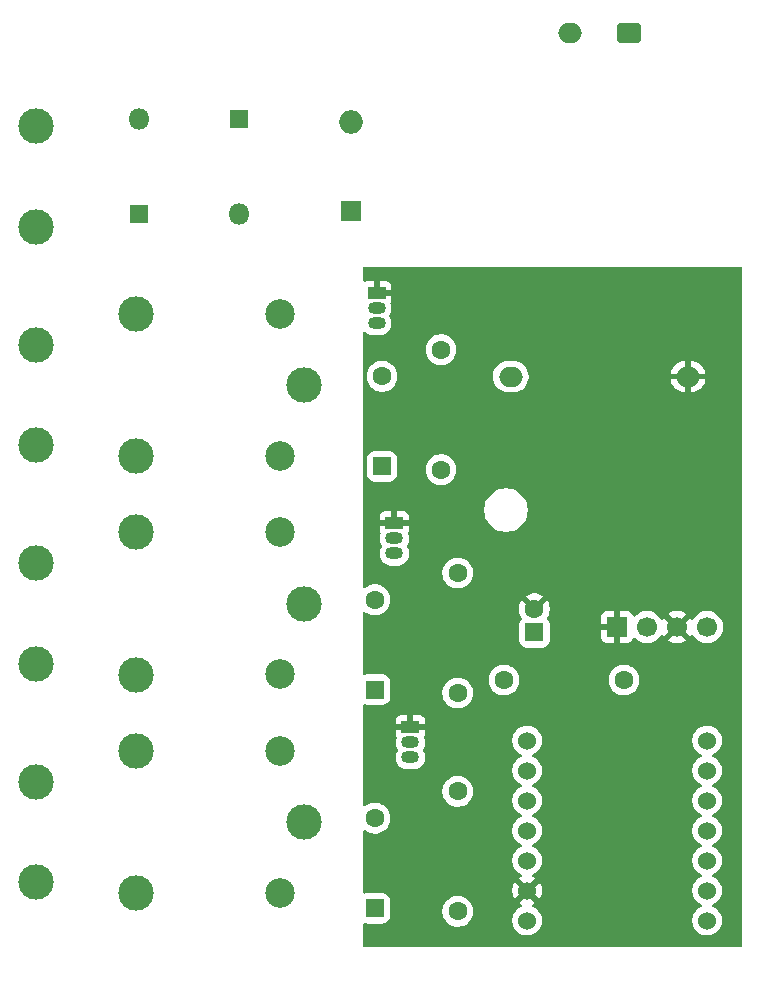
<source format=gbr>
%TF.GenerationSoftware,KiCad,Pcbnew,9.0.5*%
%TF.CreationDate,2025-10-13T17:13:28+02:00*%
%TF.ProjectId,power-sequencer-pcb,706f7765-722d-4736-9571-75656e636572,A*%
%TF.SameCoordinates,Original*%
%TF.FileFunction,Copper,L3,Inr*%
%TF.FilePolarity,Positive*%
%FSLAX46Y46*%
G04 Gerber Fmt 4.6, Leading zero omitted, Abs format (unit mm)*
G04 Created by KiCad (PCBNEW 9.0.5) date 2025-10-13 17:13:28*
%MOMM*%
%LPD*%
G01*
G04 APERTURE LIST*
G04 Aperture macros list*
%AMRoundRect*
0 Rectangle with rounded corners*
0 $1 Rounding radius*
0 $2 $3 $4 $5 $6 $7 $8 $9 X,Y pos of 4 corners*
0 Add a 4 corners polygon primitive as box body*
4,1,4,$2,$3,$4,$5,$6,$7,$8,$9,$2,$3,0*
0 Add four circle primitives for the rounded corners*
1,1,$1+$1,$2,$3*
1,1,$1+$1,$4,$5*
1,1,$1+$1,$6,$7*
1,1,$1+$1,$8,$9*
0 Add four rect primitives between the rounded corners*
20,1,$1+$1,$2,$3,$4,$5,0*
20,1,$1+$1,$4,$5,$6,$7,0*
20,1,$1+$1,$6,$7,$8,$9,0*
20,1,$1+$1,$8,$9,$2,$3,0*%
G04 Aperture macros list end*
%TA.AperFunction,ComponentPad*%
%ADD10C,3.000000*%
%TD*%
%TA.AperFunction,ComponentPad*%
%ADD11C,1.600000*%
%TD*%
%TA.AperFunction,ComponentPad*%
%ADD12RoundRect,0.250000X0.550000X-0.550000X0.550000X0.550000X-0.550000X0.550000X-0.550000X-0.550000X0*%
%TD*%
%TA.AperFunction,ComponentPad*%
%ADD13O,1.500000X1.050000*%
%TD*%
%TA.AperFunction,ComponentPad*%
%ADD14R,1.500000X1.050000*%
%TD*%
%TA.AperFunction,ComponentPad*%
%ADD15C,2.500000*%
%TD*%
%TA.AperFunction,ComponentPad*%
%ADD16R,1.800000X1.800000*%
%TD*%
%TA.AperFunction,ComponentPad*%
%ADD17O,2.000000X2.000000*%
%TD*%
%TA.AperFunction,ComponentPad*%
%ADD18C,1.524000*%
%TD*%
%TA.AperFunction,ComponentPad*%
%ADD19R,1.700000X1.700000*%
%TD*%
%TA.AperFunction,ComponentPad*%
%ADD20C,1.700000*%
%TD*%
%TA.AperFunction,ComponentPad*%
%ADD21RoundRect,0.250000X-0.750000X0.600000X-0.750000X-0.600000X0.750000X-0.600000X0.750000X0.600000X0*%
%TD*%
%TA.AperFunction,ComponentPad*%
%ADD22O,2.000000X1.700000*%
%TD*%
%TA.AperFunction,ComponentPad*%
%ADD23R,1.600000X1.600000*%
%TD*%
%TA.AperFunction,ComponentPad*%
%ADD24O,1.800000X1.800000*%
%TD*%
G04 APERTURE END LIST*
D10*
%TO.N,Net-(J1-Pin_1)*%
%TO.C,J1*%
X86307500Y-78095000D03*
%TO.N,AC_N*%
X86307500Y-69595000D03*
%TD*%
%TO.N,Net-(J2-Pin_1)*%
%TO.C,J2*%
X86307500Y-96595000D03*
%TO.N,AC_N*%
X86307500Y-88095000D03*
%TD*%
%TO.N,Net-(J4-Pin_1)*%
%TO.C,J4*%
X86307500Y-133595000D03*
%TO.N,AC_N*%
X86307500Y-125095000D03*
%TD*%
%TO.N,Net-(J3-Pin_1)*%
%TO.C,J3*%
X86307500Y-115095000D03*
%TO.N,AC_N*%
X86307500Y-106595000D03*
%TD*%
D11*
%TO.N,Net-(U1-GPIO2{slash}SCK)*%
%TO.C,R2*%
X120595000Y-98675000D03*
%TO.N,Net-(Q1-B)*%
X120595000Y-88515000D03*
%TD*%
%TO.N,Net-(D1-A)*%
%TO.C,D1*%
X115595000Y-90785000D03*
D12*
%TO.N,+5V*%
X115595000Y-98405000D03*
%TD*%
D13*
%TO.N,Net-(D1-A)*%
%TO.C,Q1*%
X115140000Y-86270000D03*
%TO.N,Net-(Q1-B)*%
X115140000Y-85000000D03*
D14*
%TO.N,DC_GND*%
X115140000Y-83730000D03*
%TD*%
D11*
%TO.N,Net-(Q2-B)*%
%TO.C,R3*%
X122000000Y-107420000D03*
%TO.N,Net-(U1-GPIO4{slash}MISO)*%
X122000000Y-117580000D03*
%TD*%
D12*
%TO.N,+5V*%
%TO.C,D3*%
X115000000Y-135810000D03*
D11*
%TO.N,Net-(D3-A)*%
X115000000Y-128190000D03*
%TD*%
D10*
%TO.N,AC_L*%
%TO.C,K2*%
X108950000Y-110050000D03*
D15*
%TO.N,Net-(D2-A)*%
X107000000Y-104000000D03*
D10*
%TO.N,Net-(J3-Pin_1)*%
X94800000Y-104000000D03*
%TO.N,unconnected-(K2-Pad4)*%
X94750000Y-116050000D03*
D15*
%TO.N,+5V*%
X107000000Y-116000000D03*
%TD*%
D16*
%TO.N,AC_L*%
%TO.C,RV1*%
X113000000Y-76750000D03*
D17*
%TO.N,AC_N*%
X113000000Y-69250000D03*
%TD*%
D12*
%TO.N,+5V*%
%TO.C,C1*%
X128500000Y-112455113D03*
D11*
%TO.N,DC_GND*%
X128500000Y-110455113D03*
%TD*%
D18*
%TO.N,unconnected-(U1-GPIO26{slash}ADC0{slash}A0-Pad1)*%
%TO.C,U1*%
X143120000Y-136851500D03*
%TO.N,unconnected-(U1-GPIO27{slash}ADC1{slash}A1-Pad2)*%
X143120000Y-134311500D03*
%TO.N,unconnected-(U1-GPIO28{slash}ADC2{slash}A2-Pad3)*%
X143120000Y-131771500D03*
%TO.N,unconnected-(U1-GPIO29{slash}ADC3{slash}A3-Pad4)*%
X143120000Y-129231500D03*
%TO.N,unconnected-(U1-GPIO6{slash}SDA-Pad5)*%
X143120000Y-126691500D03*
%TO.N,BUTTON*%
X143120000Y-124151500D03*
%TO.N,LED*%
X143120000Y-121611500D03*
%TO.N,unconnected-(U1-GPIO1{slash}RX-Pad8)*%
X127880000Y-121611500D03*
%TO.N,Net-(U1-GPIO2{slash}SCK)*%
X127880000Y-124151500D03*
%TO.N,Net-(U1-GPIO4{slash}MISO)*%
X127880000Y-126691500D03*
%TO.N,Net-(U1-GPIO3{slash}MOSI)*%
X127880000Y-129231500D03*
%TO.N,+3V3*%
X127880000Y-131771500D03*
%TO.N,DC_GND*%
X127880000Y-134311500D03*
%TO.N,+5V*%
X127880000Y-136851500D03*
%TD*%
D12*
%TO.N,+5V*%
%TO.C,D2*%
X115000000Y-117310000D03*
D11*
%TO.N,Net-(D2-A)*%
X115000000Y-109690000D03*
%TD*%
D10*
%TO.N,AC_L*%
%TO.C,K3*%
X108950000Y-128550000D03*
D15*
%TO.N,Net-(D3-A)*%
X107000000Y-122500000D03*
D10*
%TO.N,Net-(J4-Pin_1)*%
X94800000Y-122500000D03*
%TO.N,unconnected-(K3-Pad4)*%
X94750000Y-134550000D03*
D15*
%TO.N,+5V*%
X107000000Y-134500000D03*
%TD*%
D11*
%TO.N,Net-(Q3-B)*%
%TO.C,R4*%
X122000000Y-125920000D03*
%TO.N,Net-(U1-GPIO3{slash}MOSI)*%
X122000000Y-136080000D03*
%TD*%
D10*
%TO.N,AC_L*%
%TO.C,K1*%
X108950000Y-91550000D03*
D15*
%TO.N,Net-(D1-A)*%
X107000000Y-85500000D03*
D10*
%TO.N,Net-(J2-Pin_1)*%
X94800000Y-85500000D03*
%TO.N,unconnected-(K1-Pad4)*%
X94750000Y-97550000D03*
D15*
%TO.N,+5V*%
X107000000Y-97500000D03*
%TD*%
D14*
%TO.N,DC_GND*%
%TO.C,Q3*%
X118000000Y-120500000D03*
D13*
%TO.N,Net-(Q3-B)*%
X118000000Y-121770000D03*
%TO.N,Net-(D3-A)*%
X118000000Y-123040000D03*
%TD*%
D19*
%TO.N,DC_GND*%
%TO.C,SW1*%
X135500000Y-112000000D03*
D20*
%TO.N,BUTTON*%
X138040000Y-112000000D03*
%TO.N,DC_GND*%
X140580000Y-112000000D03*
%TO.N,LED*%
X143120000Y-112000000D03*
%TD*%
D21*
%TO.N,AC_L*%
%TO.C,PS1*%
X136500000Y-61712500D03*
D22*
%TO.N,AC_N*%
X131500000Y-61712500D03*
%TO.N,DC_GND*%
X141500000Y-90792500D03*
%TO.N,+5V*%
X126500000Y-90792500D03*
%TD*%
D11*
%TO.N,BUTTON*%
%TO.C,R1*%
X136080000Y-116500000D03*
%TO.N,+3V3*%
X125920000Y-116500000D03*
%TD*%
D23*
%TO.N,Net-(J1-Pin_1)*%
%TO.C,F1*%
X95000000Y-77000000D03*
D24*
%TO.N,Net-(SW2-A)*%
X95000000Y-69000000D03*
%TD*%
D14*
%TO.N,DC_GND*%
%TO.C,Q2*%
X116640000Y-103230000D03*
D13*
%TO.N,Net-(Q2-B)*%
X116640000Y-104500000D03*
%TO.N,Net-(D2-A)*%
X116640000Y-105770000D03*
%TD*%
D23*
%TO.N,Net-(SW2-A)*%
%TO.C,SW2*%
X103500000Y-69000000D03*
D24*
%TO.N,AC_L*%
X103500000Y-77000000D03*
%TD*%
%TA.AperFunction,Conductor*%
%TO.N,DC_GND*%
G36*
X146037539Y-81519685D02*
G01*
X146083294Y-81572489D01*
X146094500Y-81624000D01*
X146094500Y-138970500D01*
X146074815Y-139037539D01*
X146022011Y-139083294D01*
X145970500Y-139094500D01*
X114124000Y-139094500D01*
X114056961Y-139074815D01*
X114011206Y-139022011D01*
X114000000Y-138970500D01*
X114000000Y-137173235D01*
X114019685Y-137106196D01*
X114072489Y-137060441D01*
X114141647Y-137050497D01*
X114162995Y-137055527D01*
X114297203Y-137099999D01*
X114399991Y-137110500D01*
X115600008Y-137110499D01*
X115702797Y-137099999D01*
X115869334Y-137044814D01*
X116018656Y-136952712D01*
X116142712Y-136828656D01*
X116234814Y-136679334D01*
X116289999Y-136512797D01*
X116300500Y-136410009D01*
X116300499Y-135977648D01*
X120699500Y-135977648D01*
X120699500Y-136182352D01*
X120700681Y-136189806D01*
X120731522Y-136384534D01*
X120794781Y-136579223D01*
X120845791Y-136679334D01*
X120882887Y-136752139D01*
X120887715Y-136761613D01*
X121008028Y-136927213D01*
X121152786Y-137071971D01*
X121292167Y-137173235D01*
X121318390Y-137192287D01*
X121434607Y-137251503D01*
X121500776Y-137285218D01*
X121500778Y-137285218D01*
X121500781Y-137285220D01*
X121605137Y-137319127D01*
X121695465Y-137348477D01*
X121796557Y-137364488D01*
X121897648Y-137380500D01*
X121897649Y-137380500D01*
X122102351Y-137380500D01*
X122102352Y-137380500D01*
X122304534Y-137348477D01*
X122499219Y-137285220D01*
X122681610Y-137192287D01*
X122794181Y-137110500D01*
X122847213Y-137071971D01*
X122847215Y-137071968D01*
X122847219Y-137071966D01*
X122991966Y-136927219D01*
X122991968Y-136927215D01*
X122991971Y-136927213D01*
X123063575Y-136828657D01*
X123112287Y-136761610D01*
X123205220Y-136579219D01*
X123268477Y-136384534D01*
X123300500Y-136182352D01*
X123300500Y-135977648D01*
X123299728Y-135972776D01*
X123268477Y-135775465D01*
X123228668Y-135652946D01*
X123205220Y-135580781D01*
X123205218Y-135580778D01*
X123205218Y-135580776D01*
X123149148Y-135470734D01*
X123112287Y-135398390D01*
X123087133Y-135363768D01*
X122991971Y-135232786D01*
X122847213Y-135088028D01*
X122681613Y-134967715D01*
X122681612Y-134967714D01*
X122681610Y-134967713D01*
X122624653Y-134938691D01*
X122499223Y-134874781D01*
X122304534Y-134811522D01*
X122129995Y-134783878D01*
X122102352Y-134779500D01*
X121897648Y-134779500D01*
X121873329Y-134783351D01*
X121695465Y-134811522D01*
X121500776Y-134874781D01*
X121318386Y-134967715D01*
X121152786Y-135088028D01*
X121008028Y-135232786D01*
X120887715Y-135398386D01*
X120794781Y-135580776D01*
X120731522Y-135775465D01*
X120700272Y-135972776D01*
X120699500Y-135977648D01*
X116300499Y-135977648D01*
X116300499Y-135775466D01*
X116300499Y-135209998D01*
X116300498Y-135209981D01*
X116289999Y-135107203D01*
X116289998Y-135107200D01*
X116283645Y-135088028D01*
X116234814Y-134940666D01*
X116142712Y-134791344D01*
X116018656Y-134667288D01*
X115869334Y-134575186D01*
X115702797Y-134520001D01*
X115702795Y-134520000D01*
X115600010Y-134509500D01*
X114399998Y-134509500D01*
X114399981Y-134509501D01*
X114297203Y-134520000D01*
X114297200Y-134520001D01*
X114163004Y-134564470D01*
X114093176Y-134566872D01*
X114033134Y-134531140D01*
X114001941Y-134468620D01*
X114000000Y-134446764D01*
X114000000Y-129314328D01*
X114019685Y-129247289D01*
X114072489Y-129201534D01*
X114141647Y-129191590D01*
X114196885Y-129214010D01*
X114306039Y-129293313D01*
X114318390Y-129302287D01*
X114434607Y-129361503D01*
X114500776Y-129395218D01*
X114500778Y-129395218D01*
X114500781Y-129395220D01*
X114605137Y-129429127D01*
X114695465Y-129458477D01*
X114796557Y-129474488D01*
X114897648Y-129490500D01*
X114897649Y-129490500D01*
X115102351Y-129490500D01*
X115102352Y-129490500D01*
X115304534Y-129458477D01*
X115499219Y-129395220D01*
X115681610Y-129302287D01*
X115833973Y-129191590D01*
X115847213Y-129181971D01*
X115847215Y-129181968D01*
X115847219Y-129181966D01*
X115991966Y-129037219D01*
X115991968Y-129037215D01*
X115991971Y-129037213D01*
X116065604Y-128935864D01*
X116112287Y-128871610D01*
X116205220Y-128689219D01*
X116268477Y-128494534D01*
X116300500Y-128292352D01*
X116300500Y-128087648D01*
X116290421Y-128024010D01*
X116268477Y-127885465D01*
X116205218Y-127690776D01*
X116171503Y-127624607D01*
X116112287Y-127508390D01*
X116104556Y-127497749D01*
X115991971Y-127342786D01*
X115847213Y-127198028D01*
X115681613Y-127077715D01*
X115681612Y-127077714D01*
X115681610Y-127077713D01*
X115592451Y-127032284D01*
X115499223Y-126984781D01*
X115304534Y-126921522D01*
X115129995Y-126893878D01*
X115102352Y-126889500D01*
X114897648Y-126889500D01*
X114873329Y-126893351D01*
X114695465Y-126921522D01*
X114500776Y-126984781D01*
X114318387Y-127077714D01*
X114196884Y-127165990D01*
X114131078Y-127189469D01*
X114063024Y-127173643D01*
X114014330Y-127123537D01*
X114000000Y-127065671D01*
X114000000Y-125817648D01*
X120699500Y-125817648D01*
X120699500Y-126022352D01*
X120700681Y-126029806D01*
X120731522Y-126224534D01*
X120794781Y-126419223D01*
X120858691Y-126544653D01*
X120882887Y-126592139D01*
X120887715Y-126601613D01*
X121008028Y-126767213D01*
X121152786Y-126911971D01*
X121307749Y-127024556D01*
X121318390Y-127032287D01*
X121434607Y-127091503D01*
X121500776Y-127125218D01*
X121500778Y-127125218D01*
X121500781Y-127125220D01*
X121605137Y-127159127D01*
X121695465Y-127188477D01*
X121796557Y-127204488D01*
X121897648Y-127220500D01*
X121897649Y-127220500D01*
X122102351Y-127220500D01*
X122102352Y-127220500D01*
X122304534Y-127188477D01*
X122499219Y-127125220D01*
X122681610Y-127032287D01*
X122774590Y-126964732D01*
X122847213Y-126911971D01*
X122847215Y-126911968D01*
X122847219Y-126911966D01*
X122991966Y-126767219D01*
X122991968Y-126767215D01*
X122991971Y-126767213D01*
X123044732Y-126694590D01*
X123112287Y-126601610D01*
X123205220Y-126419219D01*
X123268477Y-126224534D01*
X123300500Y-126022352D01*
X123300500Y-125817648D01*
X123268477Y-125615465D01*
X123217991Y-125460087D01*
X123205220Y-125420781D01*
X123205218Y-125420778D01*
X123205218Y-125420776D01*
X123149291Y-125311015D01*
X123112287Y-125238390D01*
X123104556Y-125227749D01*
X122991971Y-125072786D01*
X122847213Y-124928028D01*
X122681613Y-124807715D01*
X122681612Y-124807714D01*
X122681610Y-124807713D01*
X122624653Y-124778691D01*
X122499223Y-124714781D01*
X122304534Y-124651522D01*
X122129995Y-124623878D01*
X122102352Y-124619500D01*
X121897648Y-124619500D01*
X121873329Y-124623351D01*
X121695465Y-124651522D01*
X121500776Y-124714781D01*
X121318386Y-124807715D01*
X121152786Y-124928028D01*
X121008028Y-125072786D01*
X120887715Y-125238386D01*
X120794781Y-125420776D01*
X120731522Y-125615465D01*
X120699500Y-125817648D01*
X114000000Y-125817648D01*
X114000000Y-121668992D01*
X116749500Y-121668992D01*
X116749500Y-121871007D01*
X116788907Y-122069119D01*
X116788909Y-122069127D01*
X116866213Y-122255755D01*
X116919904Y-122336109D01*
X116940782Y-122402787D01*
X116922297Y-122470167D01*
X116919904Y-122473891D01*
X116866213Y-122554244D01*
X116788909Y-122740872D01*
X116788907Y-122740880D01*
X116749500Y-122938992D01*
X116749500Y-123141007D01*
X116788907Y-123339119D01*
X116788909Y-123339127D01*
X116866212Y-123525752D01*
X116866217Y-123525762D01*
X116978441Y-123693718D01*
X117121281Y-123836558D01*
X117289237Y-123948782D01*
X117289241Y-123948784D01*
X117289244Y-123948786D01*
X117475873Y-124026091D01*
X117673992Y-124065499D01*
X117673996Y-124065500D01*
X117673997Y-124065500D01*
X118326004Y-124065500D01*
X118326005Y-124065499D01*
X118524127Y-124026091D01*
X118710756Y-123948786D01*
X118878718Y-123836558D01*
X119021558Y-123693718D01*
X119133786Y-123525756D01*
X119211091Y-123339127D01*
X119250500Y-123141003D01*
X119250500Y-122938997D01*
X119211091Y-122740873D01*
X119133786Y-122554244D01*
X119080094Y-122473889D01*
X119059217Y-122407214D01*
X119077701Y-122339834D01*
X119080078Y-122336134D01*
X119133786Y-122255756D01*
X119211091Y-122069127D01*
X119250500Y-121871003D01*
X119250500Y-121668997D01*
X119219299Y-121512139D01*
X126617500Y-121512139D01*
X126617500Y-121710860D01*
X126648587Y-121907137D01*
X126709993Y-122096129D01*
X126709994Y-122096132D01*
X126791326Y-122255753D01*
X126800213Y-122273194D01*
X126917019Y-122433964D01*
X127057536Y-122574481D01*
X127218306Y-122691287D01*
X127315622Y-122740872D01*
X127374780Y-122771015D01*
X127425576Y-122818990D01*
X127442371Y-122886811D01*
X127419833Y-122952946D01*
X127374780Y-122991985D01*
X127218305Y-123071713D01*
X127057533Y-123188521D01*
X126917021Y-123329033D01*
X126800213Y-123489805D01*
X126709994Y-123666867D01*
X126709993Y-123666870D01*
X126648587Y-123855862D01*
X126617500Y-124052139D01*
X126617500Y-124250860D01*
X126648587Y-124447137D01*
X126709993Y-124636129D01*
X126709994Y-124636132D01*
X126797420Y-124807713D01*
X126800213Y-124813194D01*
X126917019Y-124973964D01*
X127057536Y-125114481D01*
X127218306Y-125231287D01*
X127336832Y-125291679D01*
X127374780Y-125311015D01*
X127425576Y-125358990D01*
X127442371Y-125426811D01*
X127419833Y-125492946D01*
X127374780Y-125531985D01*
X127218305Y-125611713D01*
X127057533Y-125728521D01*
X126917021Y-125869033D01*
X126800213Y-126029805D01*
X126709994Y-126206867D01*
X126709993Y-126206870D01*
X126648587Y-126395862D01*
X126617500Y-126592139D01*
X126617500Y-126790860D01*
X126648587Y-126987137D01*
X126709993Y-127176129D01*
X126709994Y-127176132D01*
X126794907Y-127342781D01*
X126800213Y-127353194D01*
X126917019Y-127513964D01*
X127057536Y-127654481D01*
X127218306Y-127771287D01*
X127336832Y-127831679D01*
X127374780Y-127851015D01*
X127425576Y-127898990D01*
X127442371Y-127966811D01*
X127419833Y-128032946D01*
X127374780Y-128071985D01*
X127218305Y-128151713D01*
X127057533Y-128268521D01*
X126917021Y-128409033D01*
X126800213Y-128569805D01*
X126709994Y-128746867D01*
X126709993Y-128746870D01*
X126648587Y-128935862D01*
X126648587Y-128935864D01*
X126617500Y-129132139D01*
X126617500Y-129330861D01*
X126633043Y-129428998D01*
X126648587Y-129527137D01*
X126709993Y-129716129D01*
X126709994Y-129716132D01*
X126800213Y-129893194D01*
X126917019Y-130053964D01*
X127057536Y-130194481D01*
X127218306Y-130311287D01*
X127336832Y-130371679D01*
X127374780Y-130391015D01*
X127425576Y-130438990D01*
X127442371Y-130506811D01*
X127419833Y-130572946D01*
X127374780Y-130611985D01*
X127218305Y-130691713D01*
X127057533Y-130808521D01*
X126917021Y-130949033D01*
X126800213Y-131109805D01*
X126709994Y-131286867D01*
X126709993Y-131286870D01*
X126648587Y-131475862D01*
X126617500Y-131672139D01*
X126617500Y-131870860D01*
X126648587Y-132067137D01*
X126709993Y-132256129D01*
X126709994Y-132256132D01*
X126800213Y-132433194D01*
X126917019Y-132593964D01*
X127057536Y-132734481D01*
X127218306Y-132851287D01*
X127375332Y-132931296D01*
X127426127Y-132979269D01*
X127442922Y-133047090D01*
X127420385Y-133113225D01*
X127375332Y-133152264D01*
X127218566Y-133232141D01*
X127181283Y-133259229D01*
X127181282Y-133259230D01*
X127795906Y-133873852D01*
X127708429Y-133897292D01*
X127607070Y-133955811D01*
X127524311Y-134038570D01*
X127465792Y-134139929D01*
X127442352Y-134227405D01*
X126827730Y-133612782D01*
X126827729Y-133612783D01*
X126800643Y-133650064D01*
X126710457Y-133827062D01*
X126649075Y-134015976D01*
X126649075Y-134015979D01*
X126618000Y-134212178D01*
X126618000Y-134410821D01*
X126649075Y-134607020D01*
X126649075Y-134607023D01*
X126710457Y-134795937D01*
X126800641Y-134972932D01*
X126827730Y-135010215D01*
X126827731Y-135010216D01*
X127442352Y-134395594D01*
X127465792Y-134483071D01*
X127524311Y-134584430D01*
X127607070Y-134667189D01*
X127708429Y-134725708D01*
X127795905Y-134749147D01*
X127181283Y-135363768D01*
X127181283Y-135363769D01*
X127218567Y-135390858D01*
X127375331Y-135470734D01*
X127426127Y-135518709D01*
X127442922Y-135586530D01*
X127420384Y-135652665D01*
X127375331Y-135691704D01*
X127218305Y-135771713D01*
X127057533Y-135888521D01*
X126917021Y-136029033D01*
X126800213Y-136189805D01*
X126709994Y-136366867D01*
X126709993Y-136366870D01*
X126648587Y-136555862D01*
X126617500Y-136752139D01*
X126617500Y-136950860D01*
X126648587Y-137147137D01*
X126709993Y-137336129D01*
X126709994Y-137336132D01*
X126800213Y-137513194D01*
X126917019Y-137673964D01*
X127057536Y-137814481D01*
X127218306Y-137931287D01*
X127305149Y-137975535D01*
X127395367Y-138021505D01*
X127395370Y-138021506D01*
X127489866Y-138052209D01*
X127584364Y-138082913D01*
X127780639Y-138114000D01*
X127780640Y-138114000D01*
X127979360Y-138114000D01*
X127979361Y-138114000D01*
X128175636Y-138082913D01*
X128364632Y-138021505D01*
X128541694Y-137931287D01*
X128702464Y-137814481D01*
X128842981Y-137673964D01*
X128959787Y-137513194D01*
X129050005Y-137336132D01*
X129111413Y-137147136D01*
X129142500Y-136950861D01*
X129142500Y-136752139D01*
X129111413Y-136555864D01*
X129050005Y-136366868D01*
X129050005Y-136366867D01*
X128959786Y-136189805D01*
X128954371Y-136182352D01*
X128842981Y-136029036D01*
X128702464Y-135888519D01*
X128541694Y-135771713D01*
X128384667Y-135691703D01*
X128333872Y-135643729D01*
X128317077Y-135575908D01*
X128339614Y-135509773D01*
X128384669Y-135470734D01*
X128541422Y-135390864D01*
X128578716Y-135363768D01*
X127964095Y-134749147D01*
X128051571Y-134725708D01*
X128152930Y-134667189D01*
X128235689Y-134584430D01*
X128294208Y-134483071D01*
X128317647Y-134395594D01*
X128932268Y-135010215D01*
X128959362Y-134972925D01*
X129049542Y-134795937D01*
X129110924Y-134607023D01*
X129110924Y-134607020D01*
X129142000Y-134410821D01*
X129142000Y-134212178D01*
X129110924Y-134015979D01*
X129110924Y-134015976D01*
X129049542Y-133827062D01*
X128959358Y-133650067D01*
X128932268Y-133612783D01*
X128317647Y-134227404D01*
X128294208Y-134139929D01*
X128235689Y-134038570D01*
X128152930Y-133955811D01*
X128051571Y-133897292D01*
X127964094Y-133873852D01*
X128578716Y-133259231D01*
X128578715Y-133259230D01*
X128541432Y-133232141D01*
X128384668Y-133152265D01*
X128333872Y-133104290D01*
X128317077Y-133036469D01*
X128339615Y-132970334D01*
X128384667Y-132931296D01*
X128541694Y-132851287D01*
X128702464Y-132734481D01*
X128842981Y-132593964D01*
X128959787Y-132433194D01*
X129050005Y-132256132D01*
X129111413Y-132067136D01*
X129142500Y-131870861D01*
X129142500Y-131672139D01*
X129111413Y-131475864D01*
X129050005Y-131286868D01*
X129050005Y-131286867D01*
X128959786Y-131109805D01*
X128842981Y-130949036D01*
X128702464Y-130808519D01*
X128541694Y-130691713D01*
X128385218Y-130611984D01*
X128334423Y-130564010D01*
X128317628Y-130496189D01*
X128340165Y-130430054D01*
X128385218Y-130391015D01*
X128541694Y-130311287D01*
X128702464Y-130194481D01*
X128842981Y-130053964D01*
X128959787Y-129893194D01*
X129050005Y-129716132D01*
X129111413Y-129527136D01*
X129142500Y-129330861D01*
X129142500Y-129132139D01*
X129111413Y-128935864D01*
X129050005Y-128746868D01*
X129050005Y-128746867D01*
X128959786Y-128569805D01*
X128842981Y-128409036D01*
X128702464Y-128268519D01*
X128541694Y-128151713D01*
X128385218Y-128071984D01*
X128334423Y-128024010D01*
X128317628Y-127956189D01*
X128340165Y-127890054D01*
X128385218Y-127851015D01*
X128541694Y-127771287D01*
X128702464Y-127654481D01*
X128842981Y-127513964D01*
X128959787Y-127353194D01*
X129050005Y-127176132D01*
X129111413Y-126987136D01*
X129142500Y-126790861D01*
X129142500Y-126592139D01*
X129111413Y-126395864D01*
X129050005Y-126206868D01*
X129050005Y-126206867D01*
X128959786Y-126029805D01*
X128954371Y-126022352D01*
X128842981Y-125869036D01*
X128702464Y-125728519D01*
X128541694Y-125611713D01*
X128385218Y-125531984D01*
X128334423Y-125484010D01*
X128317628Y-125416189D01*
X128340165Y-125350054D01*
X128385218Y-125311015D01*
X128541694Y-125231287D01*
X128702464Y-125114481D01*
X128842981Y-124973964D01*
X128959787Y-124813194D01*
X129050005Y-124636132D01*
X129111413Y-124447136D01*
X129142500Y-124250861D01*
X129142500Y-124052139D01*
X129111413Y-123855864D01*
X129050005Y-123666868D01*
X129050005Y-123666867D01*
X129004035Y-123576649D01*
X128959787Y-123489806D01*
X128842981Y-123329036D01*
X128702464Y-123188519D01*
X128541694Y-123071713D01*
X128385218Y-122991984D01*
X128334423Y-122944010D01*
X128317628Y-122876189D01*
X128340165Y-122810054D01*
X128385218Y-122771015D01*
X128541694Y-122691287D01*
X128702464Y-122574481D01*
X128842981Y-122433964D01*
X128959787Y-122273194D01*
X129050005Y-122096132D01*
X129111413Y-121907136D01*
X129142500Y-121710861D01*
X129142500Y-121512139D01*
X141857500Y-121512139D01*
X141857500Y-121710860D01*
X141888587Y-121907137D01*
X141949993Y-122096129D01*
X141949994Y-122096132D01*
X142031326Y-122255753D01*
X142040213Y-122273194D01*
X142157019Y-122433964D01*
X142297536Y-122574481D01*
X142458306Y-122691287D01*
X142555622Y-122740872D01*
X142614780Y-122771015D01*
X142665576Y-122818990D01*
X142682371Y-122886811D01*
X142659833Y-122952946D01*
X142614780Y-122991985D01*
X142458305Y-123071713D01*
X142297533Y-123188521D01*
X142157021Y-123329033D01*
X142040213Y-123489805D01*
X141949994Y-123666867D01*
X141949993Y-123666870D01*
X141888587Y-123855862D01*
X141857500Y-124052139D01*
X141857500Y-124250860D01*
X141888587Y-124447137D01*
X141949993Y-124636129D01*
X141949994Y-124636132D01*
X142037420Y-124807713D01*
X142040213Y-124813194D01*
X142157019Y-124973964D01*
X142297536Y-125114481D01*
X142458306Y-125231287D01*
X142576832Y-125291679D01*
X142614780Y-125311015D01*
X142665576Y-125358990D01*
X142682371Y-125426811D01*
X142659833Y-125492946D01*
X142614780Y-125531985D01*
X142458305Y-125611713D01*
X142297533Y-125728521D01*
X142157021Y-125869033D01*
X142040213Y-126029805D01*
X141949994Y-126206867D01*
X141949993Y-126206870D01*
X141888587Y-126395862D01*
X141857500Y-126592139D01*
X141857500Y-126790860D01*
X141888587Y-126987137D01*
X141949993Y-127176129D01*
X141949994Y-127176132D01*
X142034907Y-127342781D01*
X142040213Y-127353194D01*
X142157019Y-127513964D01*
X142297536Y-127654481D01*
X142458306Y-127771287D01*
X142576832Y-127831679D01*
X142614780Y-127851015D01*
X142665576Y-127898990D01*
X142682371Y-127966811D01*
X142659833Y-128032946D01*
X142614780Y-128071985D01*
X142458305Y-128151713D01*
X142297533Y-128268521D01*
X142157021Y-128409033D01*
X142040213Y-128569805D01*
X141949994Y-128746867D01*
X141949993Y-128746870D01*
X141888587Y-128935862D01*
X141888587Y-128935864D01*
X141857500Y-129132139D01*
X141857500Y-129330861D01*
X141873043Y-129428998D01*
X141888587Y-129527137D01*
X141949993Y-129716129D01*
X141949994Y-129716132D01*
X142040213Y-129893194D01*
X142157019Y-130053964D01*
X142297536Y-130194481D01*
X142458306Y-130311287D01*
X142576832Y-130371679D01*
X142614780Y-130391015D01*
X142665576Y-130438990D01*
X142682371Y-130506811D01*
X142659833Y-130572946D01*
X142614780Y-130611985D01*
X142458305Y-130691713D01*
X142297533Y-130808521D01*
X142157021Y-130949033D01*
X142040213Y-131109805D01*
X141949994Y-131286867D01*
X141949993Y-131286870D01*
X141888587Y-131475862D01*
X141857500Y-131672139D01*
X141857500Y-131870860D01*
X141888587Y-132067137D01*
X141949993Y-132256129D01*
X141949994Y-132256132D01*
X142040213Y-132433194D01*
X142157019Y-132593964D01*
X142297536Y-132734481D01*
X142458306Y-132851287D01*
X142576832Y-132911679D01*
X142614780Y-132931015D01*
X142665576Y-132978990D01*
X142682371Y-133046811D01*
X142659833Y-133112946D01*
X142614780Y-133151985D01*
X142458305Y-133231713D01*
X142297533Y-133348521D01*
X142157021Y-133489033D01*
X142040213Y-133649805D01*
X141949994Y-133826867D01*
X141949993Y-133826870D01*
X141888587Y-134015862D01*
X141868937Y-134139929D01*
X141857500Y-134212139D01*
X141857500Y-134410861D01*
X141866648Y-134468620D01*
X141888587Y-134607137D01*
X141949993Y-134796129D01*
X141949994Y-134796132D01*
X142023639Y-134940666D01*
X142040213Y-134973194D01*
X142157019Y-135133964D01*
X142297536Y-135274481D01*
X142458306Y-135391287D01*
X142576832Y-135451679D01*
X142614780Y-135471015D01*
X142665576Y-135518990D01*
X142682371Y-135586811D01*
X142659833Y-135652946D01*
X142614780Y-135691985D01*
X142458305Y-135771713D01*
X142297533Y-135888521D01*
X142157021Y-136029033D01*
X142040213Y-136189805D01*
X141949994Y-136366867D01*
X141949993Y-136366870D01*
X141888587Y-136555862D01*
X141857500Y-136752139D01*
X141857500Y-136950860D01*
X141888587Y-137147137D01*
X141949993Y-137336129D01*
X141949994Y-137336132D01*
X142040213Y-137513194D01*
X142157019Y-137673964D01*
X142297536Y-137814481D01*
X142458306Y-137931287D01*
X142545149Y-137975535D01*
X142635367Y-138021505D01*
X142635370Y-138021506D01*
X142729866Y-138052209D01*
X142824364Y-138082913D01*
X143020639Y-138114000D01*
X143020640Y-138114000D01*
X143219360Y-138114000D01*
X143219361Y-138114000D01*
X143415636Y-138082913D01*
X143604632Y-138021505D01*
X143781694Y-137931287D01*
X143942464Y-137814481D01*
X144082981Y-137673964D01*
X144199787Y-137513194D01*
X144290005Y-137336132D01*
X144351413Y-137147136D01*
X144382500Y-136950861D01*
X144382500Y-136752139D01*
X144351413Y-136555864D01*
X144290005Y-136366868D01*
X144290005Y-136366867D01*
X144199786Y-136189805D01*
X144194371Y-136182352D01*
X144082981Y-136029036D01*
X143942464Y-135888519D01*
X143781694Y-135771713D01*
X143625218Y-135691984D01*
X143574423Y-135644010D01*
X143557628Y-135576189D01*
X143580165Y-135510054D01*
X143625218Y-135471015D01*
X143781694Y-135391287D01*
X143942464Y-135274481D01*
X144082981Y-135133964D01*
X144199787Y-134973194D01*
X144290005Y-134796132D01*
X144351413Y-134607136D01*
X144382500Y-134410861D01*
X144382500Y-134212139D01*
X144351413Y-134015864D01*
X144290005Y-133826868D01*
X144290005Y-133826867D01*
X144244035Y-133736649D01*
X144199787Y-133649806D01*
X144082981Y-133489036D01*
X143942464Y-133348519D01*
X143781694Y-133231713D01*
X143625218Y-133151984D01*
X143574423Y-133104010D01*
X143557628Y-133036189D01*
X143580165Y-132970054D01*
X143625218Y-132931015D01*
X143781694Y-132851287D01*
X143942464Y-132734481D01*
X144082981Y-132593964D01*
X144199787Y-132433194D01*
X144290005Y-132256132D01*
X144351413Y-132067136D01*
X144382500Y-131870861D01*
X144382500Y-131672139D01*
X144351413Y-131475864D01*
X144290005Y-131286868D01*
X144290005Y-131286867D01*
X144199786Y-131109805D01*
X144082981Y-130949036D01*
X143942464Y-130808519D01*
X143781694Y-130691713D01*
X143625218Y-130611984D01*
X143574423Y-130564010D01*
X143557628Y-130496189D01*
X143580165Y-130430054D01*
X143625218Y-130391015D01*
X143781694Y-130311287D01*
X143942464Y-130194481D01*
X144082981Y-130053964D01*
X144199787Y-129893194D01*
X144290005Y-129716132D01*
X144351413Y-129527136D01*
X144382500Y-129330861D01*
X144382500Y-129132139D01*
X144351413Y-128935864D01*
X144290005Y-128746868D01*
X144290005Y-128746867D01*
X144199786Y-128569805D01*
X144082981Y-128409036D01*
X143942464Y-128268519D01*
X143781694Y-128151713D01*
X143625218Y-128071984D01*
X143574423Y-128024010D01*
X143557628Y-127956189D01*
X143580165Y-127890054D01*
X143625218Y-127851015D01*
X143781694Y-127771287D01*
X143942464Y-127654481D01*
X144082981Y-127513964D01*
X144199787Y-127353194D01*
X144290005Y-127176132D01*
X144351413Y-126987136D01*
X144382500Y-126790861D01*
X144382500Y-126592139D01*
X144351413Y-126395864D01*
X144290005Y-126206868D01*
X144290005Y-126206867D01*
X144199786Y-126029805D01*
X144194371Y-126022352D01*
X144082981Y-125869036D01*
X143942464Y-125728519D01*
X143781694Y-125611713D01*
X143625218Y-125531984D01*
X143574423Y-125484010D01*
X143557628Y-125416189D01*
X143580165Y-125350054D01*
X143625218Y-125311015D01*
X143781694Y-125231287D01*
X143942464Y-125114481D01*
X144082981Y-124973964D01*
X144199787Y-124813194D01*
X144290005Y-124636132D01*
X144351413Y-124447136D01*
X144382500Y-124250861D01*
X144382500Y-124052139D01*
X144351413Y-123855864D01*
X144290005Y-123666868D01*
X144290005Y-123666867D01*
X144244035Y-123576649D01*
X144199787Y-123489806D01*
X144082981Y-123329036D01*
X143942464Y-123188519D01*
X143781694Y-123071713D01*
X143625218Y-122991984D01*
X143574423Y-122944010D01*
X143557628Y-122876189D01*
X143580165Y-122810054D01*
X143625218Y-122771015D01*
X143781694Y-122691287D01*
X143942464Y-122574481D01*
X144082981Y-122433964D01*
X144199787Y-122273194D01*
X144290005Y-122096132D01*
X144351413Y-121907136D01*
X144382500Y-121710861D01*
X144382500Y-121512139D01*
X144351413Y-121315864D01*
X144291795Y-121132376D01*
X144290006Y-121126870D01*
X144290005Y-121126867D01*
X144199786Y-120949805D01*
X144135421Y-120861214D01*
X144082981Y-120789036D01*
X143942464Y-120648519D01*
X143781694Y-120531713D01*
X143604632Y-120441494D01*
X143604629Y-120441493D01*
X143415637Y-120380087D01*
X143258853Y-120355255D01*
X143219361Y-120349000D01*
X143020639Y-120349000D01*
X142981147Y-120355255D01*
X142824362Y-120380087D01*
X142635370Y-120441493D01*
X142635367Y-120441494D01*
X142458305Y-120531713D01*
X142297533Y-120648521D01*
X142157021Y-120789033D01*
X142040213Y-120949805D01*
X141949994Y-121126867D01*
X141949993Y-121126870D01*
X141888587Y-121315862D01*
X141857500Y-121512139D01*
X129142500Y-121512139D01*
X129111413Y-121315864D01*
X129051795Y-121132376D01*
X129050006Y-121126870D01*
X129050005Y-121126867D01*
X128959786Y-120949805D01*
X128895421Y-120861214D01*
X128842981Y-120789036D01*
X128702464Y-120648519D01*
X128541694Y-120531713D01*
X128364632Y-120441494D01*
X128364629Y-120441493D01*
X128175637Y-120380087D01*
X128018853Y-120355255D01*
X127979361Y-120349000D01*
X127780639Y-120349000D01*
X127741147Y-120355255D01*
X127584362Y-120380087D01*
X127395370Y-120441493D01*
X127395367Y-120441494D01*
X127218305Y-120531713D01*
X127057533Y-120648521D01*
X126917021Y-120789033D01*
X126800213Y-120949805D01*
X126709994Y-121126867D01*
X126709993Y-121126870D01*
X126648587Y-121315862D01*
X126617500Y-121512139D01*
X119219299Y-121512139D01*
X119211091Y-121470873D01*
X119175472Y-121384883D01*
X119173898Y-121379956D01*
X119173187Y-121349997D01*
X119169983Y-121320194D01*
X119172351Y-121314753D01*
X119172241Y-121310106D01*
X119179700Y-121297871D01*
X119189592Y-121275144D01*
X119189101Y-121274876D01*
X119192102Y-121269379D01*
X119192748Y-121267896D01*
X119193352Y-121267089D01*
X119243597Y-121132376D01*
X119243598Y-121132372D01*
X119249999Y-121072844D01*
X119250000Y-121072827D01*
X119250000Y-120750000D01*
X118365866Y-120750000D01*
X118341674Y-120747617D01*
X118326004Y-120744500D01*
X118326003Y-120744500D01*
X118285830Y-120744500D01*
X118300075Y-120730255D01*
X118349444Y-120644745D01*
X118375000Y-120549370D01*
X118375000Y-120450630D01*
X118349444Y-120355255D01*
X118300075Y-120269745D01*
X118280330Y-120250000D01*
X119250000Y-120250000D01*
X119250000Y-119927172D01*
X119249999Y-119927155D01*
X119243598Y-119867627D01*
X119243596Y-119867620D01*
X119193354Y-119732913D01*
X119193350Y-119732906D01*
X119107190Y-119617812D01*
X119107187Y-119617809D01*
X118992093Y-119531649D01*
X118992086Y-119531645D01*
X118857379Y-119481403D01*
X118857372Y-119481401D01*
X118797844Y-119475000D01*
X118250000Y-119475000D01*
X118250000Y-120219670D01*
X118230255Y-120199925D01*
X118144745Y-120150556D01*
X118049370Y-120125000D01*
X117950630Y-120125000D01*
X117855255Y-120150556D01*
X117769745Y-120199925D01*
X117750000Y-120219670D01*
X117750000Y-119475000D01*
X117202155Y-119475000D01*
X117142627Y-119481401D01*
X117142620Y-119481403D01*
X117007913Y-119531645D01*
X117007906Y-119531649D01*
X116892812Y-119617809D01*
X116892809Y-119617812D01*
X116806649Y-119732906D01*
X116806645Y-119732913D01*
X116756403Y-119867620D01*
X116756401Y-119867627D01*
X116750000Y-119927155D01*
X116750000Y-120250000D01*
X117719670Y-120250000D01*
X117699925Y-120269745D01*
X117650556Y-120355255D01*
X117625000Y-120450630D01*
X117625000Y-120549370D01*
X117650556Y-120644745D01*
X117699925Y-120730255D01*
X117714170Y-120744500D01*
X117673997Y-120744500D01*
X117673996Y-120744500D01*
X117658326Y-120747617D01*
X117634134Y-120750000D01*
X116750000Y-120750000D01*
X116750000Y-121072844D01*
X116756401Y-121132372D01*
X116756403Y-121132379D01*
X116806645Y-121267086D01*
X116807251Y-121267895D01*
X116807604Y-121268841D01*
X116810897Y-121274872D01*
X116810030Y-121275345D01*
X116831670Y-121333359D01*
X116822547Y-121389661D01*
X116788910Y-121470868D01*
X116788907Y-121470880D01*
X116749500Y-121668992D01*
X114000000Y-121668992D01*
X114000000Y-118673235D01*
X114019685Y-118606196D01*
X114072489Y-118560441D01*
X114141647Y-118550497D01*
X114162995Y-118555527D01*
X114297203Y-118599999D01*
X114399991Y-118610500D01*
X115600008Y-118610499D01*
X115702797Y-118599999D01*
X115869334Y-118544814D01*
X116018656Y-118452712D01*
X116142712Y-118328656D01*
X116234814Y-118179334D01*
X116289999Y-118012797D01*
X116300500Y-117910009D01*
X116300499Y-117477648D01*
X120699500Y-117477648D01*
X120699500Y-117682351D01*
X120731522Y-117884534D01*
X120794781Y-118079223D01*
X120887715Y-118261613D01*
X121008028Y-118427213D01*
X121152786Y-118571971D01*
X121292167Y-118673235D01*
X121318390Y-118692287D01*
X121434607Y-118751503D01*
X121500776Y-118785218D01*
X121500778Y-118785218D01*
X121500781Y-118785220D01*
X121605137Y-118819127D01*
X121695465Y-118848477D01*
X121796557Y-118864488D01*
X121897648Y-118880500D01*
X121897649Y-118880500D01*
X122102351Y-118880500D01*
X122102352Y-118880500D01*
X122304534Y-118848477D01*
X122499219Y-118785220D01*
X122681610Y-118692287D01*
X122794181Y-118610500D01*
X122847213Y-118571971D01*
X122847215Y-118571968D01*
X122847219Y-118571966D01*
X122991966Y-118427219D01*
X122991968Y-118427215D01*
X122991971Y-118427213D01*
X123063575Y-118328657D01*
X123112287Y-118261610D01*
X123205220Y-118079219D01*
X123268477Y-117884534D01*
X123300500Y-117682352D01*
X123300500Y-117477648D01*
X123268477Y-117275466D01*
X123205220Y-117080781D01*
X123205218Y-117080778D01*
X123205218Y-117080776D01*
X123163662Y-116999219D01*
X123112287Y-116898390D01*
X123104556Y-116887749D01*
X122991971Y-116732786D01*
X122847219Y-116588034D01*
X122847211Y-116588028D01*
X122716544Y-116493094D01*
X122716543Y-116493092D01*
X122681613Y-116467715D01*
X122681612Y-116467714D01*
X122681610Y-116467713D01*
X122624653Y-116438691D01*
X122544102Y-116397648D01*
X124619500Y-116397648D01*
X124619500Y-116602351D01*
X124651522Y-116804534D01*
X124714781Y-116999223D01*
X124807715Y-117181613D01*
X124928028Y-117347213D01*
X125072786Y-117491971D01*
X125227749Y-117604556D01*
X125238390Y-117612287D01*
X125354607Y-117671503D01*
X125420776Y-117705218D01*
X125420778Y-117705218D01*
X125420781Y-117705220D01*
X125525137Y-117739127D01*
X125615465Y-117768477D01*
X125716557Y-117784488D01*
X125817648Y-117800500D01*
X125817649Y-117800500D01*
X126022351Y-117800500D01*
X126022352Y-117800500D01*
X126224534Y-117768477D01*
X126419219Y-117705220D01*
X126601610Y-117612287D01*
X126694590Y-117544732D01*
X126767213Y-117491971D01*
X126767215Y-117491968D01*
X126767219Y-117491966D01*
X126911966Y-117347219D01*
X126911968Y-117347215D01*
X126911971Y-117347213D01*
X126964732Y-117274590D01*
X127032287Y-117181610D01*
X127125220Y-116999219D01*
X127188477Y-116804534D01*
X127220500Y-116602352D01*
X127220500Y-116397648D01*
X134779500Y-116397648D01*
X134779500Y-116602351D01*
X134811522Y-116804534D01*
X134874781Y-116999223D01*
X134967715Y-117181613D01*
X135088028Y-117347213D01*
X135232786Y-117491971D01*
X135387749Y-117604556D01*
X135398390Y-117612287D01*
X135514607Y-117671503D01*
X135580776Y-117705218D01*
X135580778Y-117705218D01*
X135580781Y-117705220D01*
X135685137Y-117739127D01*
X135775465Y-117768477D01*
X135876557Y-117784488D01*
X135977648Y-117800500D01*
X135977649Y-117800500D01*
X136182351Y-117800500D01*
X136182352Y-117800500D01*
X136384534Y-117768477D01*
X136579219Y-117705220D01*
X136761610Y-117612287D01*
X136854590Y-117544732D01*
X136927213Y-117491971D01*
X136927215Y-117491968D01*
X136927219Y-117491966D01*
X137071966Y-117347219D01*
X137071968Y-117347215D01*
X137071971Y-117347213D01*
X137124732Y-117274590D01*
X137192287Y-117181610D01*
X137285220Y-116999219D01*
X137348477Y-116804534D01*
X137380500Y-116602352D01*
X137380500Y-116397648D01*
X137348477Y-116195466D01*
X137339321Y-116167288D01*
X137291465Y-116020001D01*
X137285220Y-116000781D01*
X137285218Y-116000778D01*
X137285218Y-116000776D01*
X137251503Y-115934607D01*
X137192287Y-115818390D01*
X137184556Y-115807749D01*
X137071971Y-115652786D01*
X136927213Y-115508028D01*
X136761613Y-115387715D01*
X136761612Y-115387714D01*
X136761610Y-115387713D01*
X136704653Y-115358691D01*
X136579223Y-115294781D01*
X136384534Y-115231522D01*
X136209995Y-115203878D01*
X136182352Y-115199500D01*
X135977648Y-115199500D01*
X135953329Y-115203351D01*
X135775465Y-115231522D01*
X135580776Y-115294781D01*
X135398386Y-115387715D01*
X135232786Y-115508028D01*
X135088028Y-115652786D01*
X134967715Y-115818386D01*
X134874781Y-116000776D01*
X134811522Y-116195465D01*
X134779500Y-116397648D01*
X127220500Y-116397648D01*
X127188477Y-116195466D01*
X127179321Y-116167288D01*
X127131465Y-116020001D01*
X127125220Y-116000781D01*
X127125218Y-116000778D01*
X127125218Y-116000776D01*
X127091503Y-115934607D01*
X127032287Y-115818390D01*
X127024556Y-115807749D01*
X126911971Y-115652786D01*
X126767213Y-115508028D01*
X126601613Y-115387715D01*
X126601612Y-115387714D01*
X126601610Y-115387713D01*
X126544653Y-115358691D01*
X126419223Y-115294781D01*
X126224534Y-115231522D01*
X126049995Y-115203878D01*
X126022352Y-115199500D01*
X125817648Y-115199500D01*
X125793329Y-115203351D01*
X125615465Y-115231522D01*
X125420776Y-115294781D01*
X125238386Y-115387715D01*
X125072786Y-115508028D01*
X124928028Y-115652786D01*
X124807715Y-115818386D01*
X124714781Y-116000776D01*
X124651522Y-116195465D01*
X124619500Y-116397648D01*
X122544102Y-116397648D01*
X122499223Y-116374781D01*
X122304534Y-116311522D01*
X122129995Y-116283878D01*
X122102352Y-116279500D01*
X121897648Y-116279500D01*
X121873329Y-116283351D01*
X121695465Y-116311522D01*
X121500776Y-116374781D01*
X121318386Y-116467715D01*
X121152786Y-116588028D01*
X121008028Y-116732786D01*
X120887715Y-116898386D01*
X120794781Y-117080776D01*
X120731522Y-117275465D01*
X120699500Y-117477648D01*
X116300499Y-117477648D01*
X116300499Y-117275466D01*
X116300499Y-116709998D01*
X116300498Y-116709981D01*
X116289999Y-116607203D01*
X116289998Y-116607200D01*
X116243777Y-116467715D01*
X116234814Y-116440666D01*
X116142712Y-116291344D01*
X116018656Y-116167288D01*
X115869334Y-116075186D01*
X115702797Y-116020001D01*
X115702795Y-116020000D01*
X115600010Y-116009500D01*
X114399998Y-116009500D01*
X114399981Y-116009501D01*
X114297203Y-116020000D01*
X114297200Y-116020001D01*
X114163004Y-116064470D01*
X114093176Y-116066872D01*
X114033134Y-116031140D01*
X114001941Y-115968620D01*
X114000000Y-115946764D01*
X114000000Y-111855096D01*
X127199500Y-111855096D01*
X127199500Y-113055114D01*
X127199501Y-113055131D01*
X127210000Y-113157909D01*
X127210001Y-113157912D01*
X127265185Y-113324444D01*
X127265187Y-113324449D01*
X127300069Y-113381001D01*
X127357288Y-113473769D01*
X127481344Y-113597825D01*
X127630666Y-113689927D01*
X127797203Y-113745112D01*
X127899991Y-113755613D01*
X129100008Y-113755612D01*
X129202797Y-113745112D01*
X129369334Y-113689927D01*
X129518656Y-113597825D01*
X129642712Y-113473769D01*
X129734814Y-113324447D01*
X129789999Y-113157910D01*
X129800500Y-113055122D01*
X129800499Y-111855105D01*
X129789999Y-111752316D01*
X129734814Y-111585779D01*
X129642712Y-111436457D01*
X129573488Y-111367233D01*
X129559592Y-111341785D01*
X129543229Y-111317843D01*
X129543048Y-111311488D01*
X129540003Y-111305910D01*
X129542071Y-111276988D01*
X129541250Y-111248002D01*
X129544658Y-111240814D01*
X129544987Y-111236218D01*
X129554996Y-111215494D01*
X129623376Y-111102155D01*
X134150000Y-111102155D01*
X134150000Y-111750000D01*
X135066988Y-111750000D01*
X135034075Y-111807007D01*
X135000000Y-111934174D01*
X135000000Y-112065826D01*
X135034075Y-112192993D01*
X135066988Y-112250000D01*
X134150000Y-112250000D01*
X134150000Y-112897844D01*
X134156401Y-112957372D01*
X134156403Y-112957379D01*
X134206645Y-113092086D01*
X134206649Y-113092093D01*
X134292809Y-113207187D01*
X134292812Y-113207190D01*
X134407906Y-113293350D01*
X134407913Y-113293354D01*
X134542620Y-113343596D01*
X134542627Y-113343598D01*
X134602155Y-113349999D01*
X134602172Y-113350000D01*
X135250000Y-113350000D01*
X135250000Y-112433012D01*
X135307007Y-112465925D01*
X135434174Y-112500000D01*
X135565826Y-112500000D01*
X135692993Y-112465925D01*
X135750000Y-112433012D01*
X135750000Y-113350000D01*
X136397828Y-113350000D01*
X136397844Y-113349999D01*
X136457372Y-113343598D01*
X136457379Y-113343596D01*
X136592086Y-113293354D01*
X136592093Y-113293350D01*
X136707187Y-113207190D01*
X136707190Y-113207187D01*
X136793350Y-113092093D01*
X136793354Y-113092086D01*
X136842422Y-112960529D01*
X136884293Y-112904595D01*
X136949757Y-112880178D01*
X137018030Y-112895030D01*
X137046285Y-112916181D01*
X137160213Y-113030109D01*
X137332179Y-113155048D01*
X137332181Y-113155049D01*
X137332184Y-113155051D01*
X137521588Y-113251557D01*
X137723757Y-113317246D01*
X137933713Y-113350500D01*
X137933714Y-113350500D01*
X138146286Y-113350500D01*
X138146287Y-113350500D01*
X138356243Y-113317246D01*
X138558412Y-113251557D01*
X138747816Y-113155051D01*
X138834471Y-113092093D01*
X138919786Y-113030109D01*
X138919788Y-113030106D01*
X138919792Y-113030104D01*
X139070104Y-112879792D01*
X139070106Y-112879788D01*
X139070109Y-112879786D01*
X139155890Y-112761717D01*
X139195051Y-112707816D01*
X139199793Y-112698508D01*
X139247763Y-112647711D01*
X139315583Y-112630911D01*
X139381719Y-112653445D01*
X139420763Y-112698500D01*
X139425373Y-112707547D01*
X139464728Y-112761716D01*
X140097037Y-112129408D01*
X140114075Y-112192993D01*
X140179901Y-112307007D01*
X140272993Y-112400099D01*
X140387007Y-112465925D01*
X140450590Y-112482962D01*
X139818282Y-113115269D01*
X139818282Y-113115270D01*
X139872449Y-113154624D01*
X140061782Y-113251095D01*
X140263870Y-113316757D01*
X140473754Y-113350000D01*
X140686246Y-113350000D01*
X140896127Y-113316757D01*
X140896130Y-113316757D01*
X141098217Y-113251095D01*
X141287554Y-113154622D01*
X141341716Y-113115270D01*
X141341717Y-113115270D01*
X140709408Y-112482962D01*
X140772993Y-112465925D01*
X140887007Y-112400099D01*
X140980099Y-112307007D01*
X141045925Y-112192993D01*
X141062962Y-112129408D01*
X141695270Y-112761717D01*
X141695270Y-112761716D01*
X141734622Y-112707555D01*
X141739232Y-112698507D01*
X141787205Y-112647709D01*
X141855025Y-112630912D01*
X141921161Y-112653447D01*
X141960204Y-112698504D01*
X141964949Y-112707817D01*
X142089890Y-112879786D01*
X142240213Y-113030109D01*
X142412179Y-113155048D01*
X142412181Y-113155049D01*
X142412184Y-113155051D01*
X142601588Y-113251557D01*
X142803757Y-113317246D01*
X143013713Y-113350500D01*
X143013714Y-113350500D01*
X143226286Y-113350500D01*
X143226287Y-113350500D01*
X143436243Y-113317246D01*
X143638412Y-113251557D01*
X143827816Y-113155051D01*
X143914471Y-113092093D01*
X143999786Y-113030109D01*
X143999788Y-113030106D01*
X143999792Y-113030104D01*
X144150104Y-112879792D01*
X144150106Y-112879788D01*
X144150109Y-112879786D01*
X144275048Y-112707820D01*
X144275047Y-112707820D01*
X144275051Y-112707816D01*
X144371557Y-112518412D01*
X144437246Y-112316243D01*
X144470500Y-112106287D01*
X144470500Y-111893713D01*
X144437246Y-111683757D01*
X144371557Y-111481588D01*
X144275051Y-111292184D01*
X144275049Y-111292181D01*
X144275048Y-111292179D01*
X144150109Y-111120213D01*
X143999786Y-110969890D01*
X143827820Y-110844951D01*
X143638414Y-110748444D01*
X143638413Y-110748443D01*
X143638412Y-110748443D01*
X143436243Y-110682754D01*
X143436241Y-110682753D01*
X143436240Y-110682753D01*
X143274957Y-110657208D01*
X143226287Y-110649500D01*
X143013713Y-110649500D01*
X142965042Y-110657208D01*
X142803760Y-110682753D01*
X142601585Y-110748444D01*
X142412179Y-110844951D01*
X142240213Y-110969890D01*
X142089890Y-111120213D01*
X141964949Y-111292182D01*
X141960202Y-111301499D01*
X141912227Y-111352293D01*
X141844405Y-111369087D01*
X141778271Y-111346548D01*
X141739234Y-111301495D01*
X141734626Y-111292452D01*
X141695270Y-111238282D01*
X141695269Y-111238282D01*
X141062962Y-111870590D01*
X141045925Y-111807007D01*
X140980099Y-111692993D01*
X140887007Y-111599901D01*
X140772993Y-111534075D01*
X140709409Y-111517037D01*
X141341716Y-110884728D01*
X141287550Y-110845375D01*
X141098217Y-110748904D01*
X140896129Y-110683242D01*
X140686246Y-110650000D01*
X140473754Y-110650000D01*
X140263872Y-110683242D01*
X140263869Y-110683242D01*
X140061782Y-110748904D01*
X139872439Y-110845380D01*
X139818282Y-110884727D01*
X139818282Y-110884728D01*
X140450591Y-111517037D01*
X140387007Y-111534075D01*
X140272993Y-111599901D01*
X140179901Y-111692993D01*
X140114075Y-111807007D01*
X140097037Y-111870591D01*
X139464728Y-111238282D01*
X139464727Y-111238282D01*
X139425380Y-111292440D01*
X139425376Y-111292446D01*
X139420760Y-111301505D01*
X139372781Y-111352297D01*
X139304959Y-111369087D01*
X139238826Y-111346543D01*
X139199794Y-111301493D01*
X139195051Y-111292184D01*
X139195049Y-111292181D01*
X139195048Y-111292179D01*
X139070109Y-111120213D01*
X138919786Y-110969890D01*
X138747820Y-110844951D01*
X138558414Y-110748444D01*
X138558413Y-110748443D01*
X138558412Y-110748443D01*
X138356243Y-110682754D01*
X138356241Y-110682753D01*
X138356240Y-110682753D01*
X138194957Y-110657208D01*
X138146287Y-110649500D01*
X137933713Y-110649500D01*
X137885042Y-110657208D01*
X137723760Y-110682753D01*
X137521585Y-110748444D01*
X137332179Y-110844951D01*
X137160215Y-110969889D01*
X137046285Y-111083819D01*
X136984962Y-111117303D01*
X136915270Y-111112319D01*
X136859337Y-111070447D01*
X136842422Y-111039470D01*
X136793354Y-110907913D01*
X136793350Y-110907906D01*
X136707190Y-110792812D01*
X136707187Y-110792809D01*
X136592093Y-110706649D01*
X136592086Y-110706645D01*
X136457379Y-110656403D01*
X136457372Y-110656401D01*
X136397844Y-110650000D01*
X135750000Y-110650000D01*
X135750000Y-111566988D01*
X135692993Y-111534075D01*
X135565826Y-111500000D01*
X135434174Y-111500000D01*
X135307007Y-111534075D01*
X135250000Y-111566988D01*
X135250000Y-110650000D01*
X134602155Y-110650000D01*
X134542627Y-110656401D01*
X134542620Y-110656403D01*
X134407913Y-110706645D01*
X134407906Y-110706649D01*
X134292812Y-110792809D01*
X134292809Y-110792812D01*
X134206649Y-110907906D01*
X134206645Y-110907913D01*
X134156403Y-111042620D01*
X134156401Y-111042627D01*
X134150000Y-111102155D01*
X129623376Y-111102155D01*
X129661725Y-111038593D01*
X129704755Y-110954144D01*
X129767990Y-110759530D01*
X129800000Y-110557430D01*
X129800000Y-110352795D01*
X129767990Y-110150695D01*
X129704755Y-109956081D01*
X129611859Y-109773763D01*
X129579474Y-109729190D01*
X129579474Y-109729189D01*
X128900000Y-110408664D01*
X128900000Y-110402452D01*
X128872741Y-110300719D01*
X128820080Y-110209507D01*
X128745606Y-110135033D01*
X128654394Y-110082372D01*
X128552661Y-110055113D01*
X128546446Y-110055113D01*
X129225922Y-109375637D01*
X129225921Y-109375636D01*
X129181359Y-109343260D01*
X129181350Y-109343254D01*
X128999031Y-109250357D01*
X128804417Y-109187122D01*
X128602317Y-109155113D01*
X128397683Y-109155113D01*
X128195582Y-109187122D01*
X128000968Y-109250357D01*
X127818644Y-109343256D01*
X127774077Y-109375636D01*
X127774077Y-109375637D01*
X128453554Y-110055113D01*
X128447339Y-110055113D01*
X128345606Y-110082372D01*
X128254394Y-110135033D01*
X128179920Y-110209507D01*
X128127259Y-110300719D01*
X128100000Y-110402452D01*
X128100000Y-110408666D01*
X127420524Y-109729190D01*
X127420523Y-109729190D01*
X127388143Y-109773757D01*
X127295244Y-109956081D01*
X127232009Y-110150695D01*
X127200000Y-110352795D01*
X127200000Y-110557430D01*
X127232009Y-110759530D01*
X127295244Y-110954144D01*
X127388142Y-111136465D01*
X127439147Y-111206668D01*
X127462627Y-111272474D01*
X127446802Y-111340528D01*
X127426511Y-111367234D01*
X127357287Y-111436458D01*
X127265187Y-111585776D01*
X127265186Y-111585779D01*
X127210001Y-111752316D01*
X127210001Y-111752317D01*
X127210000Y-111752317D01*
X127199500Y-111855096D01*
X114000000Y-111855096D01*
X114000000Y-110814328D01*
X114019685Y-110747289D01*
X114072489Y-110701534D01*
X114141647Y-110691590D01*
X114196885Y-110714010D01*
X114281098Y-110775193D01*
X114318390Y-110802287D01*
X114402119Y-110844949D01*
X114500776Y-110895218D01*
X114500778Y-110895218D01*
X114500781Y-110895220D01*
X114605137Y-110929127D01*
X114695465Y-110958477D01*
X114796557Y-110974488D01*
X114897648Y-110990500D01*
X114897649Y-110990500D01*
X115102351Y-110990500D01*
X115102352Y-110990500D01*
X115304534Y-110958477D01*
X115499219Y-110895220D01*
X115681610Y-110802287D01*
X115803114Y-110714010D01*
X115847213Y-110681971D01*
X115847215Y-110681968D01*
X115847219Y-110681966D01*
X115991966Y-110537219D01*
X115991968Y-110537215D01*
X115991971Y-110537213D01*
X116089879Y-110402452D01*
X116112287Y-110371610D01*
X116205220Y-110189219D01*
X116268477Y-109994534D01*
X116300500Y-109792352D01*
X116300500Y-109587648D01*
X116268477Y-109385466D01*
X116265283Y-109375637D01*
X116205218Y-109190776D01*
X116171503Y-109124607D01*
X116112287Y-109008390D01*
X116104556Y-108997749D01*
X115991971Y-108842786D01*
X115847213Y-108698028D01*
X115681613Y-108577715D01*
X115681612Y-108577714D01*
X115681610Y-108577713D01*
X115592451Y-108532284D01*
X115499223Y-108484781D01*
X115304534Y-108421522D01*
X115129995Y-108393878D01*
X115102352Y-108389500D01*
X114897648Y-108389500D01*
X114873329Y-108393351D01*
X114695465Y-108421522D01*
X114500776Y-108484781D01*
X114318387Y-108577714D01*
X114196884Y-108665990D01*
X114131078Y-108689469D01*
X114063024Y-108673643D01*
X114014330Y-108623537D01*
X114000000Y-108565671D01*
X114000000Y-107317648D01*
X120699500Y-107317648D01*
X120699500Y-107522351D01*
X120731522Y-107724534D01*
X120794781Y-107919223D01*
X120887715Y-108101613D01*
X121008028Y-108267213D01*
X121152786Y-108411971D01*
X121307749Y-108524556D01*
X121318390Y-108532287D01*
X121434607Y-108591503D01*
X121500776Y-108625218D01*
X121500778Y-108625218D01*
X121500781Y-108625220D01*
X121605137Y-108659127D01*
X121695465Y-108688477D01*
X121796557Y-108704488D01*
X121897648Y-108720500D01*
X121897649Y-108720500D01*
X122102351Y-108720500D01*
X122102352Y-108720500D01*
X122304534Y-108688477D01*
X122499219Y-108625220D01*
X122681610Y-108532287D01*
X122774590Y-108464732D01*
X122847213Y-108411971D01*
X122847215Y-108411968D01*
X122847219Y-108411966D01*
X122991966Y-108267219D01*
X122991968Y-108267215D01*
X122991971Y-108267213D01*
X123044732Y-108194590D01*
X123112287Y-108101610D01*
X123205220Y-107919219D01*
X123268477Y-107724534D01*
X123300500Y-107522352D01*
X123300500Y-107317648D01*
X123268477Y-107115466D01*
X123205220Y-106920781D01*
X123205218Y-106920778D01*
X123205218Y-106920776D01*
X123141386Y-106795500D01*
X123112287Y-106738390D01*
X123104556Y-106727749D01*
X122991971Y-106572786D01*
X122847213Y-106428028D01*
X122681613Y-106307715D01*
X122681612Y-106307714D01*
X122681610Y-106307713D01*
X122579651Y-106255762D01*
X122499223Y-106214781D01*
X122304534Y-106151522D01*
X122129995Y-106123878D01*
X122102352Y-106119500D01*
X121897648Y-106119500D01*
X121873329Y-106123351D01*
X121695465Y-106151522D01*
X121500776Y-106214781D01*
X121318386Y-106307715D01*
X121152786Y-106428028D01*
X121008028Y-106572786D01*
X120887715Y-106738386D01*
X120794781Y-106920776D01*
X120731522Y-107115465D01*
X120699500Y-107317648D01*
X114000000Y-107317648D01*
X114000000Y-104398992D01*
X115389500Y-104398992D01*
X115389500Y-104601007D01*
X115428907Y-104799119D01*
X115428909Y-104799127D01*
X115506213Y-104985755D01*
X115559904Y-105066109D01*
X115580782Y-105132787D01*
X115562297Y-105200167D01*
X115559904Y-105203891D01*
X115506213Y-105284244D01*
X115428909Y-105470872D01*
X115428907Y-105470880D01*
X115389500Y-105668992D01*
X115389500Y-105871007D01*
X115428907Y-106069119D01*
X115428909Y-106069127D01*
X115506212Y-106255752D01*
X115506217Y-106255762D01*
X115618441Y-106423718D01*
X115761281Y-106566558D01*
X115929237Y-106678782D01*
X115929241Y-106678784D01*
X115929244Y-106678786D01*
X116115873Y-106756091D01*
X116313992Y-106795499D01*
X116313996Y-106795500D01*
X116313997Y-106795500D01*
X116966004Y-106795500D01*
X116966005Y-106795499D01*
X117164127Y-106756091D01*
X117350756Y-106678786D01*
X117518718Y-106566558D01*
X117661558Y-106423718D01*
X117773786Y-106255756D01*
X117851091Y-106069127D01*
X117890500Y-105871003D01*
X117890500Y-105668997D01*
X117851091Y-105470873D01*
X117773786Y-105284244D01*
X117720094Y-105203889D01*
X117699217Y-105137214D01*
X117717701Y-105069834D01*
X117720078Y-105066134D01*
X117773786Y-104985756D01*
X117851091Y-104799127D01*
X117890500Y-104601003D01*
X117890500Y-104398997D01*
X117851091Y-104200873D01*
X117817451Y-104119661D01*
X117809983Y-104050194D01*
X117829592Y-104005144D01*
X117829101Y-104004876D01*
X117832102Y-103999379D01*
X117832748Y-103997896D01*
X117833352Y-103997089D01*
X117883597Y-103862376D01*
X117883598Y-103862372D01*
X117889999Y-103802844D01*
X117890000Y-103802827D01*
X117890000Y-103480000D01*
X117005866Y-103480000D01*
X116981674Y-103477617D01*
X116966004Y-103474500D01*
X116966003Y-103474500D01*
X116925830Y-103474500D01*
X116940075Y-103460255D01*
X116989444Y-103374745D01*
X117015000Y-103279370D01*
X117015000Y-103180630D01*
X116989444Y-103085255D01*
X116940075Y-102999745D01*
X116920330Y-102980000D01*
X117890000Y-102980000D01*
X117890000Y-102657172D01*
X117889999Y-102657155D01*
X117883598Y-102597627D01*
X117883596Y-102597620D01*
X117833354Y-102462913D01*
X117833350Y-102462906D01*
X117747190Y-102347812D01*
X117747187Y-102347809D01*
X117632093Y-102261649D01*
X117632086Y-102261645D01*
X117497379Y-102211403D01*
X117497372Y-102211401D01*
X117437844Y-102205000D01*
X116890000Y-102205000D01*
X116890000Y-102949670D01*
X116870255Y-102929925D01*
X116784745Y-102880556D01*
X116689370Y-102855000D01*
X116590630Y-102855000D01*
X116495255Y-102880556D01*
X116409745Y-102929925D01*
X116390000Y-102949670D01*
X116390000Y-102205000D01*
X115842155Y-102205000D01*
X115782627Y-102211401D01*
X115782620Y-102211403D01*
X115647913Y-102261645D01*
X115647906Y-102261649D01*
X115532812Y-102347809D01*
X115532809Y-102347812D01*
X115446649Y-102462906D01*
X115446645Y-102462913D01*
X115396403Y-102597620D01*
X115396401Y-102597627D01*
X115390000Y-102657155D01*
X115390000Y-102980000D01*
X116359670Y-102980000D01*
X116339925Y-102999745D01*
X116290556Y-103085255D01*
X116265000Y-103180630D01*
X116265000Y-103279370D01*
X116290556Y-103374745D01*
X116339925Y-103460255D01*
X116354170Y-103474500D01*
X116313997Y-103474500D01*
X116313996Y-103474500D01*
X116298326Y-103477617D01*
X116274134Y-103480000D01*
X115390000Y-103480000D01*
X115390000Y-103802844D01*
X115396401Y-103862372D01*
X115396403Y-103862379D01*
X115446645Y-103997086D01*
X115447251Y-103997895D01*
X115447604Y-103998841D01*
X115450897Y-104004872D01*
X115450030Y-104005345D01*
X115471670Y-104063359D01*
X115462547Y-104119661D01*
X115428910Y-104200868D01*
X115428907Y-104200880D01*
X115389500Y-104398992D01*
X114000000Y-104398992D01*
X114000000Y-101973711D01*
X124244500Y-101973711D01*
X124244500Y-102216288D01*
X124276161Y-102456785D01*
X124338947Y-102691104D01*
X124431773Y-102915205D01*
X124431777Y-102915214D01*
X124453974Y-102953661D01*
X124553064Y-103125289D01*
X124553066Y-103125292D01*
X124553067Y-103125293D01*
X124700733Y-103317736D01*
X124700739Y-103317743D01*
X124872256Y-103489260D01*
X124872262Y-103489265D01*
X125064711Y-103636936D01*
X125274788Y-103758224D01*
X125498900Y-103851054D01*
X125733211Y-103913838D01*
X125913586Y-103937584D01*
X125973711Y-103945500D01*
X125973712Y-103945500D01*
X126216289Y-103945500D01*
X126264388Y-103939167D01*
X126456789Y-103913838D01*
X126691100Y-103851054D01*
X126915212Y-103758224D01*
X127125289Y-103636936D01*
X127317738Y-103489265D01*
X127489265Y-103317738D01*
X127636936Y-103125289D01*
X127758224Y-102915212D01*
X127851054Y-102691100D01*
X127913838Y-102456789D01*
X127945500Y-102216288D01*
X127945500Y-101973712D01*
X127913838Y-101733211D01*
X127851054Y-101498900D01*
X127758224Y-101274788D01*
X127636936Y-101064711D01*
X127489265Y-100872262D01*
X127489260Y-100872256D01*
X127317743Y-100700739D01*
X127317736Y-100700733D01*
X127125293Y-100553067D01*
X127125292Y-100553066D01*
X127125289Y-100553064D01*
X126915212Y-100431776D01*
X126915205Y-100431773D01*
X126691104Y-100338947D01*
X126456785Y-100276161D01*
X126216289Y-100244500D01*
X126216288Y-100244500D01*
X125973712Y-100244500D01*
X125973711Y-100244500D01*
X125733214Y-100276161D01*
X125498895Y-100338947D01*
X125274794Y-100431773D01*
X125274785Y-100431777D01*
X125064706Y-100553067D01*
X124872263Y-100700733D01*
X124872256Y-100700739D01*
X124700739Y-100872256D01*
X124700733Y-100872263D01*
X124553067Y-101064706D01*
X124431777Y-101274785D01*
X124431773Y-101274794D01*
X124338947Y-101498895D01*
X124276161Y-101733214D01*
X124244500Y-101973711D01*
X114000000Y-101973711D01*
X114000000Y-97804983D01*
X114294500Y-97804983D01*
X114294500Y-99005001D01*
X114294501Y-99005018D01*
X114305000Y-99107796D01*
X114305001Y-99107799D01*
X114327011Y-99174219D01*
X114360186Y-99274334D01*
X114452288Y-99423656D01*
X114576344Y-99547712D01*
X114725666Y-99639814D01*
X114892203Y-99694999D01*
X114994991Y-99705500D01*
X116195008Y-99705499D01*
X116297797Y-99694999D01*
X116464334Y-99639814D01*
X116613656Y-99547712D01*
X116737712Y-99423656D01*
X116829814Y-99274334D01*
X116884999Y-99107797D01*
X116895500Y-99005009D01*
X116895499Y-98572648D01*
X119294500Y-98572648D01*
X119294500Y-98777351D01*
X119326522Y-98979534D01*
X119389781Y-99174223D01*
X119482715Y-99356613D01*
X119603028Y-99522213D01*
X119747786Y-99666971D01*
X119902749Y-99779556D01*
X119913390Y-99787287D01*
X120029607Y-99846503D01*
X120095776Y-99880218D01*
X120095778Y-99880218D01*
X120095781Y-99880220D01*
X120200137Y-99914127D01*
X120290465Y-99943477D01*
X120391557Y-99959488D01*
X120492648Y-99975500D01*
X120492649Y-99975500D01*
X120697351Y-99975500D01*
X120697352Y-99975500D01*
X120899534Y-99943477D01*
X121094219Y-99880220D01*
X121276610Y-99787287D01*
X121389181Y-99705500D01*
X121442213Y-99666971D01*
X121442215Y-99666968D01*
X121442219Y-99666966D01*
X121586966Y-99522219D01*
X121586968Y-99522215D01*
X121586971Y-99522213D01*
X121658575Y-99423657D01*
X121707287Y-99356610D01*
X121800220Y-99174219D01*
X121863477Y-98979534D01*
X121895500Y-98777352D01*
X121895500Y-98572648D01*
X121863477Y-98370466D01*
X121800220Y-98175781D01*
X121800218Y-98175778D01*
X121800218Y-98175776D01*
X121766503Y-98109607D01*
X121707287Y-97993390D01*
X121699556Y-97982749D01*
X121586971Y-97827786D01*
X121442213Y-97683028D01*
X121276613Y-97562715D01*
X121276612Y-97562714D01*
X121276610Y-97562713D01*
X121219653Y-97533691D01*
X121094223Y-97469781D01*
X120899534Y-97406522D01*
X120724995Y-97378878D01*
X120697352Y-97374500D01*
X120492648Y-97374500D01*
X120468329Y-97378351D01*
X120290465Y-97406522D01*
X120095776Y-97469781D01*
X119913386Y-97562715D01*
X119747786Y-97683028D01*
X119603028Y-97827786D01*
X119482715Y-97993386D01*
X119389781Y-98175776D01*
X119326522Y-98370465D01*
X119294500Y-98572648D01*
X116895499Y-98572648D01*
X116895499Y-98370466D01*
X116895499Y-97804998D01*
X116895498Y-97804981D01*
X116884999Y-97702203D01*
X116884998Y-97702200D01*
X116838777Y-97562715D01*
X116829814Y-97535666D01*
X116737712Y-97386344D01*
X116613656Y-97262288D01*
X116464334Y-97170186D01*
X116297797Y-97115001D01*
X116297795Y-97115000D01*
X116195010Y-97104500D01*
X114994998Y-97104500D01*
X114994981Y-97104501D01*
X114892203Y-97115000D01*
X114892200Y-97115001D01*
X114725668Y-97170185D01*
X114725663Y-97170187D01*
X114576342Y-97262289D01*
X114452289Y-97386342D01*
X114360187Y-97535663D01*
X114360186Y-97535666D01*
X114305001Y-97702203D01*
X114305001Y-97702204D01*
X114305000Y-97702204D01*
X114294500Y-97804983D01*
X114000000Y-97804983D01*
X114000000Y-90682648D01*
X114294500Y-90682648D01*
X114294500Y-90887351D01*
X114326522Y-91089534D01*
X114389781Y-91284223D01*
X114482715Y-91466613D01*
X114603028Y-91632213D01*
X114747786Y-91776971D01*
X114902749Y-91889556D01*
X114913390Y-91897287D01*
X115011193Y-91947120D01*
X115095776Y-91990218D01*
X115095778Y-91990218D01*
X115095781Y-91990220D01*
X115200137Y-92024127D01*
X115290465Y-92053477D01*
X115391557Y-92069488D01*
X115492648Y-92085500D01*
X115492649Y-92085500D01*
X115697351Y-92085500D01*
X115697352Y-92085500D01*
X115899534Y-92053477D01*
X116094219Y-91990220D01*
X116276610Y-91897287D01*
X116379928Y-91822223D01*
X116442213Y-91776971D01*
X116442215Y-91776968D01*
X116442219Y-91776966D01*
X116586966Y-91632219D01*
X116586968Y-91632215D01*
X116586971Y-91632213D01*
X116682798Y-91500316D01*
X116707287Y-91466610D01*
X116800220Y-91284219D01*
X116863477Y-91089534D01*
X116895500Y-90887352D01*
X116895500Y-90686213D01*
X124999500Y-90686213D01*
X124999500Y-90898786D01*
X125029711Y-91089534D01*
X125032754Y-91108743D01*
X125089771Y-91284223D01*
X125098444Y-91310914D01*
X125194951Y-91500320D01*
X125319890Y-91672286D01*
X125470213Y-91822609D01*
X125642179Y-91947548D01*
X125642181Y-91947549D01*
X125642184Y-91947551D01*
X125831588Y-92044057D01*
X126033757Y-92109746D01*
X126243713Y-92143000D01*
X126243714Y-92143000D01*
X126756286Y-92143000D01*
X126756287Y-92143000D01*
X126966243Y-92109746D01*
X127168412Y-92044057D01*
X127357816Y-91947551D01*
X127427003Y-91897284D01*
X127529786Y-91822609D01*
X127529788Y-91822606D01*
X127529792Y-91822604D01*
X127680104Y-91672292D01*
X127680106Y-91672288D01*
X127680109Y-91672286D01*
X127805048Y-91500320D01*
X127805047Y-91500320D01*
X127805051Y-91500316D01*
X127901557Y-91310912D01*
X127967246Y-91108743D01*
X128000500Y-90898787D01*
X128000500Y-90686213D01*
X128000500Y-90686212D01*
X127986681Y-90598961D01*
X127977738Y-90542500D01*
X140022769Y-90542500D01*
X141066988Y-90542500D01*
X141034075Y-90599507D01*
X141000000Y-90726674D01*
X141000000Y-90858326D01*
X141034075Y-90985493D01*
X141066988Y-91042500D01*
X140022769Y-91042500D01*
X140033242Y-91108626D01*
X140033242Y-91108629D01*
X140098904Y-91310717D01*
X140195379Y-91500057D01*
X140320272Y-91671959D01*
X140320276Y-91671964D01*
X140470535Y-91822223D01*
X140470540Y-91822227D01*
X140642442Y-91947120D01*
X140831782Y-92043595D01*
X141033870Y-92109257D01*
X141243754Y-92142500D01*
X141250000Y-92142500D01*
X141250000Y-91225512D01*
X141307007Y-91258425D01*
X141434174Y-91292500D01*
X141565826Y-91292500D01*
X141692993Y-91258425D01*
X141750000Y-91225512D01*
X141750000Y-92142500D01*
X141756246Y-92142500D01*
X141966127Y-92109257D01*
X141966130Y-92109257D01*
X142168217Y-92043595D01*
X142357557Y-91947120D01*
X142529459Y-91822227D01*
X142529464Y-91822223D01*
X142679723Y-91671964D01*
X142679727Y-91671959D01*
X142804620Y-91500057D01*
X142901095Y-91310717D01*
X142966757Y-91108629D01*
X142966757Y-91108626D01*
X142977231Y-91042500D01*
X141933012Y-91042500D01*
X141965925Y-90985493D01*
X142000000Y-90858326D01*
X142000000Y-90726674D01*
X141965925Y-90599507D01*
X141933012Y-90542500D01*
X142977231Y-90542500D01*
X142966757Y-90476373D01*
X142966757Y-90476370D01*
X142901095Y-90274282D01*
X142804620Y-90084942D01*
X142679727Y-89913040D01*
X142679723Y-89913035D01*
X142529464Y-89762776D01*
X142529459Y-89762772D01*
X142357557Y-89637879D01*
X142168217Y-89541404D01*
X141966129Y-89475742D01*
X141756246Y-89442500D01*
X141750000Y-89442500D01*
X141750000Y-90359488D01*
X141692993Y-90326575D01*
X141565826Y-90292500D01*
X141434174Y-90292500D01*
X141307007Y-90326575D01*
X141250000Y-90359488D01*
X141250000Y-89442500D01*
X141243754Y-89442500D01*
X141033872Y-89475742D01*
X141033869Y-89475742D01*
X140831782Y-89541404D01*
X140642442Y-89637879D01*
X140470540Y-89762772D01*
X140470535Y-89762776D01*
X140320276Y-89913035D01*
X140320272Y-89913040D01*
X140195379Y-90084942D01*
X140098904Y-90274282D01*
X140033242Y-90476370D01*
X140033242Y-90476373D01*
X140022769Y-90542500D01*
X127977738Y-90542500D01*
X127977148Y-90538775D01*
X127967246Y-90476257D01*
X127901557Y-90274088D01*
X127805051Y-90084684D01*
X127805049Y-90084681D01*
X127805048Y-90084679D01*
X127680109Y-89912713D01*
X127529786Y-89762390D01*
X127357820Y-89637451D01*
X127168414Y-89540944D01*
X127168413Y-89540943D01*
X127168412Y-89540943D01*
X126966243Y-89475254D01*
X126966241Y-89475253D01*
X126966240Y-89475253D01*
X126804957Y-89449708D01*
X126756287Y-89442000D01*
X126243713Y-89442000D01*
X126195042Y-89449708D01*
X126033760Y-89475253D01*
X125831585Y-89540944D01*
X125642179Y-89637451D01*
X125470213Y-89762390D01*
X125319890Y-89912713D01*
X125194951Y-90084679D01*
X125098444Y-90274085D01*
X125032753Y-90476260D01*
X124999500Y-90686213D01*
X116895500Y-90686213D01*
X116895500Y-90682648D01*
X116863477Y-90480466D01*
X116862110Y-90476260D01*
X116800218Y-90285776D01*
X116766503Y-90219607D01*
X116707287Y-90103390D01*
X116693693Y-90084679D01*
X116586971Y-89937786D01*
X116442213Y-89793028D01*
X116276613Y-89672715D01*
X116276612Y-89672714D01*
X116276610Y-89672713D01*
X116187451Y-89627284D01*
X116094223Y-89579781D01*
X115899534Y-89516522D01*
X115724995Y-89488878D01*
X115697352Y-89484500D01*
X115492648Y-89484500D01*
X115468329Y-89488351D01*
X115290465Y-89516522D01*
X115095776Y-89579781D01*
X114913386Y-89672715D01*
X114747786Y-89793028D01*
X114603028Y-89937786D01*
X114482715Y-90103386D01*
X114389781Y-90285776D01*
X114326522Y-90480465D01*
X114294500Y-90682648D01*
X114000000Y-90682648D01*
X114000000Y-88412648D01*
X119294500Y-88412648D01*
X119294500Y-88617351D01*
X119326522Y-88819534D01*
X119389781Y-89014223D01*
X119482715Y-89196613D01*
X119603028Y-89362213D01*
X119747786Y-89506971D01*
X119902749Y-89619556D01*
X119913390Y-89627287D01*
X120029607Y-89686503D01*
X120095776Y-89720218D01*
X120095778Y-89720218D01*
X120095781Y-89720220D01*
X120200137Y-89754127D01*
X120290465Y-89783477D01*
X120391557Y-89799488D01*
X120492648Y-89815500D01*
X120492649Y-89815500D01*
X120697351Y-89815500D01*
X120697352Y-89815500D01*
X120899534Y-89783477D01*
X121094219Y-89720220D01*
X121276610Y-89627287D01*
X121395452Y-89540944D01*
X121442213Y-89506971D01*
X121442215Y-89506968D01*
X121442219Y-89506966D01*
X121586966Y-89362219D01*
X121586968Y-89362215D01*
X121586971Y-89362213D01*
X121639732Y-89289590D01*
X121707287Y-89196610D01*
X121800220Y-89014219D01*
X121863477Y-88819534D01*
X121895500Y-88617352D01*
X121895500Y-88412648D01*
X121863477Y-88210466D01*
X121800220Y-88015781D01*
X121800218Y-88015778D01*
X121800218Y-88015776D01*
X121766503Y-87949607D01*
X121707287Y-87833390D01*
X121699556Y-87822749D01*
X121586971Y-87667786D01*
X121442213Y-87523028D01*
X121276613Y-87402715D01*
X121276612Y-87402714D01*
X121276610Y-87402713D01*
X121219653Y-87373691D01*
X121094223Y-87309781D01*
X120899534Y-87246522D01*
X120724995Y-87218878D01*
X120697352Y-87214500D01*
X120492648Y-87214500D01*
X120468329Y-87218351D01*
X120290465Y-87246522D01*
X120095776Y-87309781D01*
X119913386Y-87402715D01*
X119747786Y-87523028D01*
X119603028Y-87667786D01*
X119482715Y-87833386D01*
X119389781Y-88015776D01*
X119326522Y-88210465D01*
X119294500Y-88412648D01*
X114000000Y-88412648D01*
X114000000Y-87104639D01*
X114019685Y-87037600D01*
X114072489Y-86991845D01*
X114141647Y-86981901D01*
X114205203Y-87010926D01*
X114211681Y-87016958D01*
X114261281Y-87066558D01*
X114429237Y-87178782D01*
X114429241Y-87178784D01*
X114429244Y-87178786D01*
X114615873Y-87256091D01*
X114813992Y-87295499D01*
X114813996Y-87295500D01*
X114813997Y-87295500D01*
X115466004Y-87295500D01*
X115466005Y-87295499D01*
X115664127Y-87256091D01*
X115850756Y-87178786D01*
X116018718Y-87066558D01*
X116161558Y-86923718D01*
X116273786Y-86755756D01*
X116351091Y-86569127D01*
X116390500Y-86371003D01*
X116390500Y-86168997D01*
X116351091Y-85970873D01*
X116273786Y-85784244D01*
X116220094Y-85703889D01*
X116199217Y-85637214D01*
X116217701Y-85569834D01*
X116220078Y-85566134D01*
X116273786Y-85485756D01*
X116351091Y-85299127D01*
X116390500Y-85101003D01*
X116390500Y-84898997D01*
X116351091Y-84700873D01*
X116317451Y-84619661D01*
X116309983Y-84550194D01*
X116329592Y-84505144D01*
X116329101Y-84504876D01*
X116332102Y-84499379D01*
X116332748Y-84497896D01*
X116333352Y-84497089D01*
X116383597Y-84362376D01*
X116383598Y-84362372D01*
X116389999Y-84302844D01*
X116390000Y-84302827D01*
X116390000Y-83980000D01*
X115505866Y-83980000D01*
X115503047Y-83979968D01*
X115492259Y-83979722D01*
X115466003Y-83974500D01*
X115425830Y-83974500D01*
X115440075Y-83960255D01*
X115489444Y-83874745D01*
X115515000Y-83779370D01*
X115515000Y-83680630D01*
X115489444Y-83585255D01*
X115440075Y-83499745D01*
X115420330Y-83480000D01*
X116390000Y-83480000D01*
X116390000Y-83157172D01*
X116389999Y-83157155D01*
X116383598Y-83097627D01*
X116383596Y-83097620D01*
X116333354Y-82962913D01*
X116333350Y-82962906D01*
X116247190Y-82847812D01*
X116247187Y-82847809D01*
X116132093Y-82761649D01*
X116132086Y-82761645D01*
X115997379Y-82711403D01*
X115997372Y-82711401D01*
X115937844Y-82705000D01*
X115390000Y-82705000D01*
X115390000Y-83449670D01*
X115370255Y-83429925D01*
X115284745Y-83380556D01*
X115189370Y-83355000D01*
X115090630Y-83355000D01*
X114995255Y-83380556D01*
X114909745Y-83429925D01*
X114890000Y-83449670D01*
X114890000Y-82705000D01*
X114342155Y-82705000D01*
X114282627Y-82711401D01*
X114282619Y-82711403D01*
X114167333Y-82754402D01*
X114097641Y-82759386D01*
X114036318Y-82725901D01*
X114002834Y-82664577D01*
X114000000Y-82638220D01*
X114000000Y-81624000D01*
X114019685Y-81556961D01*
X114072489Y-81511206D01*
X114124000Y-81500000D01*
X145970500Y-81500000D01*
X146037539Y-81519685D01*
G37*
%TD.AperFunction*%
%TD*%
M02*

</source>
